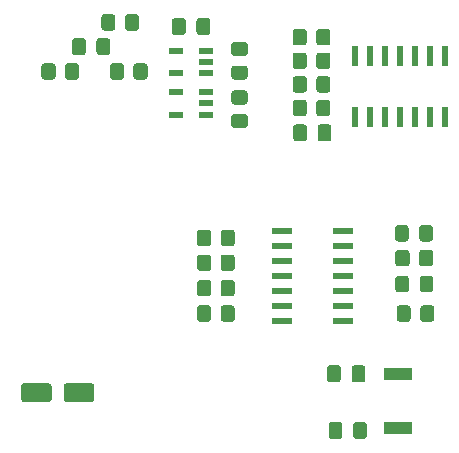
<source format=gbr>
%TF.GenerationSoftware,KiCad,Pcbnew,(5.1.8-0-10_14)*%
%TF.CreationDate,2021-03-11T12:17:02+11:00*%
%TF.ProjectId,Open-JIP(KiCad)_T3.6,4f70656e-2d4a-4495-9028-4b6943616429,rev?*%
%TF.SameCoordinates,Original*%
%TF.FileFunction,Paste,Top*%
%TF.FilePolarity,Positive*%
%FSLAX46Y46*%
G04 Gerber Fmt 4.6, Leading zero omitted, Abs format (unit mm)*
G04 Created by KiCad (PCBNEW (5.1.8-0-10_14)) date 2021-03-11 12:17:02*
%MOMM*%
%LPD*%
G01*
G04 APERTURE LIST*
%ADD10R,1.210000X0.590000*%
%ADD11R,2.400000X0.980000*%
%ADD12R,0.533400X1.701800*%
%ADD13R,1.701800X0.533400*%
G04 APERTURE END LIST*
D10*
%TO.C,U5*%
X137245000Y-83450000D03*
X137245000Y-81550000D03*
X139755000Y-81550000D03*
X139755000Y-82500000D03*
X139755000Y-83450000D03*
%TD*%
%TO.C,U4*%
X137245000Y-86950000D03*
X137245000Y-85050000D03*
X139755000Y-85050000D03*
X139755000Y-86000000D03*
X139755000Y-86950000D03*
%TD*%
D11*
%TO.C,U1*%
X156030000Y-113480000D03*
X156030000Y-108920000D03*
%TD*%
D12*
%TO.C,U3*%
X160010000Y-87190800D03*
X158740000Y-87190800D03*
X157470000Y-87190800D03*
X156200000Y-87190800D03*
X154930000Y-87190800D03*
X153660000Y-87190800D03*
X152390000Y-87190800D03*
X152390000Y-82009200D03*
X153660000Y-82009200D03*
X154930000Y-82009200D03*
X156200000Y-82009200D03*
X157470000Y-82009200D03*
X158740000Y-82009200D03*
X160010000Y-82009200D03*
%TD*%
D13*
%TO.C,U2*%
X151390800Y-96790000D03*
X151390800Y-98060000D03*
X151390800Y-99330000D03*
X151390800Y-100600000D03*
X151390800Y-101870000D03*
X151390800Y-103140000D03*
X151390800Y-104410000D03*
X146209200Y-104410000D03*
X146209200Y-103140000D03*
X146209200Y-101870000D03*
X146209200Y-100600000D03*
X146209200Y-99330000D03*
X146209200Y-98060000D03*
X146209200Y-96790000D03*
%TD*%
%TO.C,R14*%
G36*
G01*
X143050001Y-82000000D02*
X142149999Y-82000000D01*
G75*
G02*
X141900000Y-81750001I0J249999D01*
G01*
X141900000Y-81049999D01*
G75*
G02*
X142149999Y-80800000I249999J0D01*
G01*
X143050001Y-80800000D01*
G75*
G02*
X143300000Y-81049999I0J-249999D01*
G01*
X143300000Y-81750001D01*
G75*
G02*
X143050001Y-82000000I-249999J0D01*
G01*
G37*
G36*
G01*
X143050001Y-84000000D02*
X142149999Y-84000000D01*
G75*
G02*
X141900000Y-83750001I0J249999D01*
G01*
X141900000Y-83049999D01*
G75*
G02*
X142149999Y-82800000I249999J0D01*
G01*
X143050001Y-82800000D01*
G75*
G02*
X143300000Y-83049999I0J-249999D01*
G01*
X143300000Y-83750001D01*
G75*
G02*
X143050001Y-84000000I-249999J0D01*
G01*
G37*
%TD*%
%TO.C,R12*%
G36*
G01*
X132900000Y-79600001D02*
X132900000Y-78699999D01*
G75*
G02*
X133149999Y-78450000I249999J0D01*
G01*
X133850001Y-78450000D01*
G75*
G02*
X134100000Y-78699999I0J-249999D01*
G01*
X134100000Y-79600001D01*
G75*
G02*
X133850001Y-79850000I-249999J0D01*
G01*
X133149999Y-79850000D01*
G75*
G02*
X132900000Y-79600001I0J249999D01*
G01*
G37*
G36*
G01*
X130900000Y-79600001D02*
X130900000Y-78699999D01*
G75*
G02*
X131149999Y-78450000I249999J0D01*
G01*
X131850001Y-78450000D01*
G75*
G02*
X132100000Y-78699999I0J-249999D01*
G01*
X132100000Y-79600001D01*
G75*
G02*
X131850001Y-79850000I-249999J0D01*
G01*
X131149999Y-79850000D01*
G75*
G02*
X130900000Y-79600001I0J249999D01*
G01*
G37*
%TD*%
%TO.C,R17*%
G36*
G01*
X157100000Y-103349999D02*
X157100000Y-104250001D01*
G75*
G02*
X156850001Y-104500000I-249999J0D01*
G01*
X156149999Y-104500000D01*
G75*
G02*
X155900000Y-104250001I0J249999D01*
G01*
X155900000Y-103349999D01*
G75*
G02*
X156149999Y-103100000I249999J0D01*
G01*
X156850001Y-103100000D01*
G75*
G02*
X157100000Y-103349999I0J-249999D01*
G01*
G37*
G36*
G01*
X159100000Y-103349999D02*
X159100000Y-104250001D01*
G75*
G02*
X158850001Y-104500000I-249999J0D01*
G01*
X158149999Y-104500000D01*
G75*
G02*
X157900000Y-104250001I0J249999D01*
G01*
X157900000Y-103349999D01*
G75*
G02*
X158149999Y-103100000I249999J0D01*
G01*
X158850001Y-103100000D01*
G75*
G02*
X159100000Y-103349999I0J-249999D01*
G01*
G37*
%TD*%
%TO.C,R16*%
G36*
G01*
X157000000Y-98649999D02*
X157000000Y-99550001D01*
G75*
G02*
X156750001Y-99800000I-249999J0D01*
G01*
X156049999Y-99800000D01*
G75*
G02*
X155800000Y-99550001I0J249999D01*
G01*
X155800000Y-98649999D01*
G75*
G02*
X156049999Y-98400000I249999J0D01*
G01*
X156750001Y-98400000D01*
G75*
G02*
X157000000Y-98649999I0J-249999D01*
G01*
G37*
G36*
G01*
X159000000Y-98649999D02*
X159000000Y-99550001D01*
G75*
G02*
X158750001Y-99800000I-249999J0D01*
G01*
X158049999Y-99800000D01*
G75*
G02*
X157800000Y-99550001I0J249999D01*
G01*
X157800000Y-98649999D01*
G75*
G02*
X158049999Y-98400000I249999J0D01*
G01*
X158750001Y-98400000D01*
G75*
G02*
X159000000Y-98649999I0J-249999D01*
G01*
G37*
%TD*%
%TO.C,R13*%
G36*
G01*
X141000000Y-97850001D02*
X141000000Y-96949999D01*
G75*
G02*
X141249999Y-96700000I249999J0D01*
G01*
X141950001Y-96700000D01*
G75*
G02*
X142200000Y-96949999I0J-249999D01*
G01*
X142200000Y-97850001D01*
G75*
G02*
X141950001Y-98100000I-249999J0D01*
G01*
X141249999Y-98100000D01*
G75*
G02*
X141000000Y-97850001I0J249999D01*
G01*
G37*
G36*
G01*
X139000000Y-97850001D02*
X139000000Y-96949999D01*
G75*
G02*
X139249999Y-96700000I249999J0D01*
G01*
X139950001Y-96700000D01*
G75*
G02*
X140200000Y-96949999I0J-249999D01*
G01*
X140200000Y-97850001D01*
G75*
G02*
X139950001Y-98100000I-249999J0D01*
G01*
X139249999Y-98100000D01*
G75*
G02*
X139000000Y-97850001I0J249999D01*
G01*
G37*
%TD*%
%TO.C,R11*%
G36*
G01*
X149100000Y-80850001D02*
X149100000Y-79949999D01*
G75*
G02*
X149349999Y-79700000I249999J0D01*
G01*
X150050001Y-79700000D01*
G75*
G02*
X150300000Y-79949999I0J-249999D01*
G01*
X150300000Y-80850001D01*
G75*
G02*
X150050001Y-81100000I-249999J0D01*
G01*
X149349999Y-81100000D01*
G75*
G02*
X149100000Y-80850001I0J249999D01*
G01*
G37*
G36*
G01*
X147100000Y-80850001D02*
X147100000Y-79949999D01*
G75*
G02*
X147349999Y-79700000I249999J0D01*
G01*
X148050001Y-79700000D01*
G75*
G02*
X148300000Y-79949999I0J-249999D01*
G01*
X148300000Y-80850001D01*
G75*
G02*
X148050001Y-81100000I-249999J0D01*
G01*
X147349999Y-81100000D01*
G75*
G02*
X147100000Y-80850001I0J249999D01*
G01*
G37*
%TD*%
%TO.C,R10*%
G36*
G01*
X141000000Y-99950001D02*
X141000000Y-99049999D01*
G75*
G02*
X141249999Y-98800000I249999J0D01*
G01*
X141950001Y-98800000D01*
G75*
G02*
X142200000Y-99049999I0J-249999D01*
G01*
X142200000Y-99950001D01*
G75*
G02*
X141950001Y-100200000I-249999J0D01*
G01*
X141249999Y-100200000D01*
G75*
G02*
X141000000Y-99950001I0J249999D01*
G01*
G37*
G36*
G01*
X139000000Y-99950001D02*
X139000000Y-99049999D01*
G75*
G02*
X139249999Y-98800000I249999J0D01*
G01*
X139950001Y-98800000D01*
G75*
G02*
X140200000Y-99049999I0J-249999D01*
G01*
X140200000Y-99950001D01*
G75*
G02*
X139950001Y-100200000I-249999J0D01*
G01*
X139249999Y-100200000D01*
G75*
G02*
X139000000Y-99950001I0J249999D01*
G01*
G37*
%TD*%
%TO.C,R9*%
G36*
G01*
X149100000Y-82850001D02*
X149100000Y-81949999D01*
G75*
G02*
X149349999Y-81700000I249999J0D01*
G01*
X150050001Y-81700000D01*
G75*
G02*
X150300000Y-81949999I0J-249999D01*
G01*
X150300000Y-82850001D01*
G75*
G02*
X150050001Y-83100000I-249999J0D01*
G01*
X149349999Y-83100000D01*
G75*
G02*
X149100000Y-82850001I0J249999D01*
G01*
G37*
G36*
G01*
X147100000Y-82850001D02*
X147100000Y-81949999D01*
G75*
G02*
X147349999Y-81700000I249999J0D01*
G01*
X148050001Y-81700000D01*
G75*
G02*
X148300000Y-81949999I0J-249999D01*
G01*
X148300000Y-82850001D01*
G75*
G02*
X148050001Y-83100000I-249999J0D01*
G01*
X147349999Y-83100000D01*
G75*
G02*
X147100000Y-82850001I0J249999D01*
G01*
G37*
%TD*%
%TO.C,R15*%
G36*
G01*
X143050001Y-86100000D02*
X142149999Y-86100000D01*
G75*
G02*
X141900000Y-85850001I0J249999D01*
G01*
X141900000Y-85149999D01*
G75*
G02*
X142149999Y-84900000I249999J0D01*
G01*
X143050001Y-84900000D01*
G75*
G02*
X143300000Y-85149999I0J-249999D01*
G01*
X143300000Y-85850001D01*
G75*
G02*
X143050001Y-86100000I-249999J0D01*
G01*
G37*
G36*
G01*
X143050001Y-88100000D02*
X142149999Y-88100000D01*
G75*
G02*
X141900000Y-87850001I0J249999D01*
G01*
X141900000Y-87149999D01*
G75*
G02*
X142149999Y-86900000I249999J0D01*
G01*
X143050001Y-86900000D01*
G75*
G02*
X143300000Y-87149999I0J-249999D01*
G01*
X143300000Y-87850001D01*
G75*
G02*
X143050001Y-88100000I-249999J0D01*
G01*
G37*
%TD*%
%TO.C,R8*%
G36*
G01*
X141000000Y-104250001D02*
X141000000Y-103349999D01*
G75*
G02*
X141249999Y-103100000I249999J0D01*
G01*
X141950001Y-103100000D01*
G75*
G02*
X142200000Y-103349999I0J-249999D01*
G01*
X142200000Y-104250001D01*
G75*
G02*
X141950001Y-104500000I-249999J0D01*
G01*
X141249999Y-104500000D01*
G75*
G02*
X141000000Y-104250001I0J249999D01*
G01*
G37*
G36*
G01*
X139000000Y-104250001D02*
X139000000Y-103349999D01*
G75*
G02*
X139249999Y-103100000I249999J0D01*
G01*
X139950001Y-103100000D01*
G75*
G02*
X140200000Y-103349999I0J-249999D01*
G01*
X140200000Y-104250001D01*
G75*
G02*
X139950001Y-104500000I-249999J0D01*
G01*
X139249999Y-104500000D01*
G75*
G02*
X139000000Y-104250001I0J249999D01*
G01*
G37*
%TD*%
%TO.C,R7*%
G36*
G01*
X149100000Y-84850001D02*
X149100000Y-83949999D01*
G75*
G02*
X149349999Y-83700000I249999J0D01*
G01*
X150050001Y-83700000D01*
G75*
G02*
X150300000Y-83949999I0J-249999D01*
G01*
X150300000Y-84850001D01*
G75*
G02*
X150050001Y-85100000I-249999J0D01*
G01*
X149349999Y-85100000D01*
G75*
G02*
X149100000Y-84850001I0J249999D01*
G01*
G37*
G36*
G01*
X147100000Y-84850001D02*
X147100000Y-83949999D01*
G75*
G02*
X147349999Y-83700000I249999J0D01*
G01*
X148050001Y-83700000D01*
G75*
G02*
X148300000Y-83949999I0J-249999D01*
G01*
X148300000Y-84850001D01*
G75*
G02*
X148050001Y-85100000I-249999J0D01*
G01*
X147349999Y-85100000D01*
G75*
G02*
X147100000Y-84850001I0J249999D01*
G01*
G37*
%TD*%
%TO.C,R6*%
G36*
G01*
X141000000Y-102100001D02*
X141000000Y-101199999D01*
G75*
G02*
X141249999Y-100950000I249999J0D01*
G01*
X141950001Y-100950000D01*
G75*
G02*
X142200000Y-101199999I0J-249999D01*
G01*
X142200000Y-102100001D01*
G75*
G02*
X141950001Y-102350000I-249999J0D01*
G01*
X141249999Y-102350000D01*
G75*
G02*
X141000000Y-102100001I0J249999D01*
G01*
G37*
G36*
G01*
X139000000Y-102100001D02*
X139000000Y-101199999D01*
G75*
G02*
X139249999Y-100950000I249999J0D01*
G01*
X139950001Y-100950000D01*
G75*
G02*
X140200000Y-101199999I0J-249999D01*
G01*
X140200000Y-102100001D01*
G75*
G02*
X139950001Y-102350000I-249999J0D01*
G01*
X139249999Y-102350000D01*
G75*
G02*
X139000000Y-102100001I0J249999D01*
G01*
G37*
%TD*%
%TO.C,R5*%
G36*
G01*
X149100000Y-86850001D02*
X149100000Y-85949999D01*
G75*
G02*
X149349999Y-85700000I249999J0D01*
G01*
X150050001Y-85700000D01*
G75*
G02*
X150300000Y-85949999I0J-249999D01*
G01*
X150300000Y-86850001D01*
G75*
G02*
X150050001Y-87100000I-249999J0D01*
G01*
X149349999Y-87100000D01*
G75*
G02*
X149100000Y-86850001I0J249999D01*
G01*
G37*
G36*
G01*
X147100000Y-86850001D02*
X147100000Y-85949999D01*
G75*
G02*
X147349999Y-85700000I249999J0D01*
G01*
X148050001Y-85700000D01*
G75*
G02*
X148300000Y-85949999I0J-249999D01*
G01*
X148300000Y-86850001D01*
G75*
G02*
X148050001Y-87100000I-249999J0D01*
G01*
X147349999Y-87100000D01*
G75*
G02*
X147100000Y-86850001I0J249999D01*
G01*
G37*
%TD*%
%TO.C,R3*%
G36*
G01*
X127825000Y-83750001D02*
X127825000Y-82849999D01*
G75*
G02*
X128074999Y-82600000I249999J0D01*
G01*
X128775001Y-82600000D01*
G75*
G02*
X129025000Y-82849999I0J-249999D01*
G01*
X129025000Y-83750001D01*
G75*
G02*
X128775001Y-84000000I-249999J0D01*
G01*
X128074999Y-84000000D01*
G75*
G02*
X127825000Y-83750001I0J249999D01*
G01*
G37*
G36*
G01*
X125825000Y-83750001D02*
X125825000Y-82849999D01*
G75*
G02*
X126074999Y-82600000I249999J0D01*
G01*
X126775001Y-82600000D01*
G75*
G02*
X127025000Y-82849999I0J-249999D01*
G01*
X127025000Y-83750001D01*
G75*
G02*
X126775001Y-84000000I-249999J0D01*
G01*
X126074999Y-84000000D01*
G75*
G02*
X125825000Y-83750001I0J249999D01*
G01*
G37*
%TD*%
%TO.C,R2*%
G36*
G01*
X133625000Y-83750001D02*
X133625000Y-82849999D01*
G75*
G02*
X133874999Y-82600000I249999J0D01*
G01*
X134575001Y-82600000D01*
G75*
G02*
X134825000Y-82849999I0J-249999D01*
G01*
X134825000Y-83750001D01*
G75*
G02*
X134575001Y-84000000I-249999J0D01*
G01*
X133874999Y-84000000D01*
G75*
G02*
X133625000Y-83750001I0J249999D01*
G01*
G37*
G36*
G01*
X131625000Y-83750001D02*
X131625000Y-82849999D01*
G75*
G02*
X131874999Y-82600000I249999J0D01*
G01*
X132575001Y-82600000D01*
G75*
G02*
X132825000Y-82849999I0J-249999D01*
G01*
X132825000Y-83750001D01*
G75*
G02*
X132575001Y-84000000I-249999J0D01*
G01*
X131874999Y-84000000D01*
G75*
G02*
X131625000Y-83750001I0J249999D01*
G01*
G37*
%TD*%
%TO.C,D4*%
G36*
G01*
X156950000Y-100849999D02*
X156950000Y-101750001D01*
G75*
G02*
X156700001Y-102000000I-249999J0D01*
G01*
X156049999Y-102000000D01*
G75*
G02*
X155800000Y-101750001I0J249999D01*
G01*
X155800000Y-100849999D01*
G75*
G02*
X156049999Y-100600000I249999J0D01*
G01*
X156700001Y-100600000D01*
G75*
G02*
X156950000Y-100849999I0J-249999D01*
G01*
G37*
G36*
G01*
X159000000Y-100849999D02*
X159000000Y-101750001D01*
G75*
G02*
X158750001Y-102000000I-249999J0D01*
G01*
X158099999Y-102000000D01*
G75*
G02*
X157850000Y-101750001I0J249999D01*
G01*
X157850000Y-100849999D01*
G75*
G02*
X158099999Y-100600000I249999J0D01*
G01*
X158750001Y-100600000D01*
G75*
G02*
X159000000Y-100849999I0J-249999D01*
G01*
G37*
%TD*%
%TO.C,D3*%
G36*
G01*
X156925000Y-96549999D02*
X156925000Y-97450001D01*
G75*
G02*
X156675001Y-97700000I-249999J0D01*
G01*
X156024999Y-97700000D01*
G75*
G02*
X155775000Y-97450001I0J249999D01*
G01*
X155775000Y-96549999D01*
G75*
G02*
X156024999Y-96300000I249999J0D01*
G01*
X156675001Y-96300000D01*
G75*
G02*
X156925000Y-96549999I0J-249999D01*
G01*
G37*
G36*
G01*
X158975000Y-96549999D02*
X158975000Y-97450001D01*
G75*
G02*
X158725001Y-97700000I-249999J0D01*
G01*
X158074999Y-97700000D01*
G75*
G02*
X157825000Y-97450001I0J249999D01*
G01*
X157825000Y-96549999D01*
G75*
G02*
X158074999Y-96300000I249999J0D01*
G01*
X158725001Y-96300000D01*
G75*
G02*
X158975000Y-96549999I0J-249999D01*
G01*
G37*
%TD*%
%TO.C,C6*%
G36*
G01*
X138050000Y-79025000D02*
X138050000Y-79975000D01*
G75*
G02*
X137800000Y-80225000I-250000J0D01*
G01*
X137125000Y-80225000D01*
G75*
G02*
X136875000Y-79975000I0J250000D01*
G01*
X136875000Y-79025000D01*
G75*
G02*
X137125000Y-78775000I250000J0D01*
G01*
X137800000Y-78775000D01*
G75*
G02*
X138050000Y-79025000I0J-250000D01*
G01*
G37*
G36*
G01*
X140125000Y-79025000D02*
X140125000Y-79975000D01*
G75*
G02*
X139875000Y-80225000I-250000J0D01*
G01*
X139200000Y-80225000D01*
G75*
G02*
X138950000Y-79975000I0J250000D01*
G01*
X138950000Y-79025000D01*
G75*
G02*
X139200000Y-78775000I250000J0D01*
G01*
X139875000Y-78775000D01*
G75*
G02*
X140125000Y-79025000I0J-250000D01*
G01*
G37*
%TD*%
%TO.C,C5*%
G36*
G01*
X127700000Y-111050000D02*
X127700000Y-109950000D01*
G75*
G02*
X127950000Y-109700000I250000J0D01*
G01*
X130050000Y-109700000D01*
G75*
G02*
X130300000Y-109950000I0J-250000D01*
G01*
X130300000Y-111050000D01*
G75*
G02*
X130050000Y-111300000I-250000J0D01*
G01*
X127950000Y-111300000D01*
G75*
G02*
X127700000Y-111050000I0J250000D01*
G01*
G37*
G36*
G01*
X124100000Y-111050000D02*
X124100000Y-109950000D01*
G75*
G02*
X124350000Y-109700000I250000J0D01*
G01*
X126450000Y-109700000D01*
G75*
G02*
X126700000Y-109950000I0J-250000D01*
G01*
X126700000Y-111050000D01*
G75*
G02*
X126450000Y-111300000I-250000J0D01*
G01*
X124350000Y-111300000D01*
G75*
G02*
X124100000Y-111050000I0J250000D01*
G01*
G37*
%TD*%
%TO.C,C4*%
G36*
G01*
X152212500Y-114175000D02*
X152212500Y-113225000D01*
G75*
G02*
X152462500Y-112975000I250000J0D01*
G01*
X153137500Y-112975000D01*
G75*
G02*
X153387500Y-113225000I0J-250000D01*
G01*
X153387500Y-114175000D01*
G75*
G02*
X153137500Y-114425000I-250000J0D01*
G01*
X152462500Y-114425000D01*
G75*
G02*
X152212500Y-114175000I0J250000D01*
G01*
G37*
G36*
G01*
X150137500Y-114175000D02*
X150137500Y-113225000D01*
G75*
G02*
X150387500Y-112975000I250000J0D01*
G01*
X151062500Y-112975000D01*
G75*
G02*
X151312500Y-113225000I0J-250000D01*
G01*
X151312500Y-114175000D01*
G75*
G02*
X151062500Y-114425000I-250000J0D01*
G01*
X150387500Y-114425000D01*
G75*
G02*
X150137500Y-114175000I0J250000D01*
G01*
G37*
%TD*%
%TO.C,C3*%
G36*
G01*
X149212500Y-88975000D02*
X149212500Y-88025000D01*
G75*
G02*
X149462500Y-87775000I250000J0D01*
G01*
X150137500Y-87775000D01*
G75*
G02*
X150387500Y-88025000I0J-250000D01*
G01*
X150387500Y-88975000D01*
G75*
G02*
X150137500Y-89225000I-250000J0D01*
G01*
X149462500Y-89225000D01*
G75*
G02*
X149212500Y-88975000I0J250000D01*
G01*
G37*
G36*
G01*
X147137500Y-88975000D02*
X147137500Y-88025000D01*
G75*
G02*
X147387500Y-87775000I250000J0D01*
G01*
X148062500Y-87775000D01*
G75*
G02*
X148312500Y-88025000I0J-250000D01*
G01*
X148312500Y-88975000D01*
G75*
G02*
X148062500Y-89225000I-250000J0D01*
G01*
X147387500Y-89225000D01*
G75*
G02*
X147137500Y-88975000I0J250000D01*
G01*
G37*
%TD*%
%TO.C,C2*%
G36*
G01*
X152087500Y-109375000D02*
X152087500Y-108425000D01*
G75*
G02*
X152337500Y-108175000I250000J0D01*
G01*
X153012500Y-108175000D01*
G75*
G02*
X153262500Y-108425000I0J-250000D01*
G01*
X153262500Y-109375000D01*
G75*
G02*
X153012500Y-109625000I-250000J0D01*
G01*
X152337500Y-109625000D01*
G75*
G02*
X152087500Y-109375000I0J250000D01*
G01*
G37*
G36*
G01*
X150012500Y-109375000D02*
X150012500Y-108425000D01*
G75*
G02*
X150262500Y-108175000I250000J0D01*
G01*
X150937500Y-108175000D01*
G75*
G02*
X151187500Y-108425000I0J-250000D01*
G01*
X151187500Y-109375000D01*
G75*
G02*
X150937500Y-109625000I-250000J0D01*
G01*
X150262500Y-109625000D01*
G75*
G02*
X150012500Y-109375000I0J250000D01*
G01*
G37*
%TD*%
%TO.C,C1*%
G36*
G01*
X129587500Y-80725000D02*
X129587500Y-81675000D01*
G75*
G02*
X129337500Y-81925000I-250000J0D01*
G01*
X128662500Y-81925000D01*
G75*
G02*
X128412500Y-81675000I0J250000D01*
G01*
X128412500Y-80725000D01*
G75*
G02*
X128662500Y-80475000I250000J0D01*
G01*
X129337500Y-80475000D01*
G75*
G02*
X129587500Y-80725000I0J-250000D01*
G01*
G37*
G36*
G01*
X131662500Y-80725000D02*
X131662500Y-81675000D01*
G75*
G02*
X131412500Y-81925000I-250000J0D01*
G01*
X130737500Y-81925000D01*
G75*
G02*
X130487500Y-81675000I0J250000D01*
G01*
X130487500Y-80725000D01*
G75*
G02*
X130737500Y-80475000I250000J0D01*
G01*
X131412500Y-80475000D01*
G75*
G02*
X131662500Y-80725000I0J-250000D01*
G01*
G37*
%TD*%
M02*

</source>
